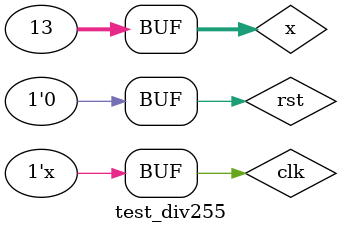
<source format=v>
`timescale 1ns / 1ps


module test_div255;

reg[31:0] x;
reg clk;
reg rst;
wire[31:0] y;

div255 dut(x, clk, rst, y);

initial
    begin
        clk<=1'd0;
        rst<=1'd1;
    end

always #10 clk=~clk;

initial
    begin
        //x<=32'd47619;
        x<=32'd13;
        //x<=32'd24760;
        //x<=32'd513;
        //x<=32'd512;
        //x<=32'd13;
        
        #30 rst<=1'd0;
    end


endmodule

</source>
